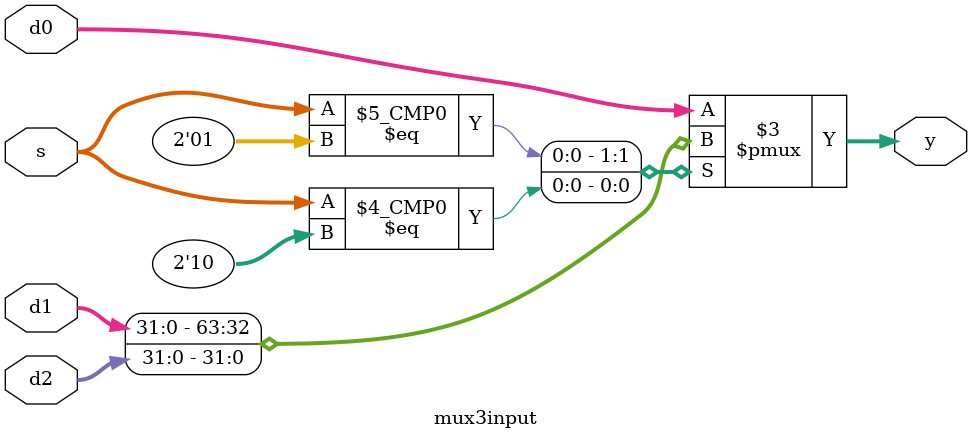
<source format=sv>
module mux3input(

    input logic [1:0] s, //select pin
    input logic [31:0] d0,
    input logic [31:0] d1,
    input logic [31:0] d2,

    output logic [31:0] y


);

always_comb begin

    case(s)
        2'b00: y = d0;
        2'b01: y = d1;
        2'b10:  y = d2;
        default: y = d0;
    endcase

end

endmodule

</source>
